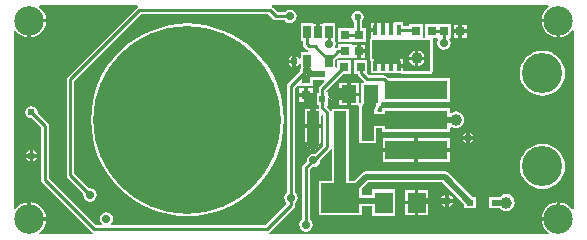
<source format=gbl>
G04*
G04 #@! TF.GenerationSoftware,Altium Limited,CircuitStudio,1.5.2 (30)*
G04*
G04 Layer_Physical_Order=2*
G04 Layer_Color=12500520*
%FSLAX25Y25*%
%MOIN*%
G70*
G01*
G75*
%ADD10R,0.03000X0.03000*%
%ADD15R,0.03000X0.03000*%
%ADD16C,0.03937*%
%ADD17C,0.01000*%
%ADD18C,0.01969*%
%ADD19C,0.02000*%
%ADD20C,0.13386*%
%ADD21C,0.62598*%
%ADD22C,0.09843*%
%ADD23C,0.03937*%
%ADD24C,0.02362*%
%ADD25C,0.02800*%
%ADD26C,0.02400*%
%ADD27R,0.20984X0.06496*%
%ADD28R,0.03937X0.09843*%
%ADD29R,0.12992X0.09843*%
%ADD30R,0.02362X0.01969*%
%ADD31R,0.06299X0.07087*%
%ADD32R,0.05118X0.05906*%
%ADD33R,0.02559X0.04331*%
%ADD34R,0.01575X0.03268*%
%ADD35R,0.01969X0.02362*%
%ADD36C,0.01008*%
%ADD37C,0.04000*%
%ADD38R,0.08858X0.07284*%
G36*
X120352Y37647D02*
X119613Y37080D01*
X118712Y35906D01*
X118146Y34538D01*
X118031Y33671D01*
X123622D01*
Y33071D01*
X124222D01*
Y27480D01*
X125090Y27594D01*
X126457Y28161D01*
X127631Y29062D01*
X128199Y29801D01*
X128699Y29632D01*
Y-29632D01*
X128199Y-29801D01*
X127631Y-29062D01*
X126457Y-28161D01*
X125090Y-27594D01*
X124222Y-27480D01*
Y-33071D01*
X123622D01*
Y-33671D01*
X118031D01*
X118146Y-34538D01*
X118712Y-35906D01*
X119613Y-37080D01*
X120352Y-37647D01*
X120183Y-38147D01*
X27266D01*
X27128Y-37647D01*
X27439Y-37440D01*
X35440Y-29439D01*
X35728Y-29008D01*
X35829Y-28500D01*
Y-27757D01*
X36086Y-27586D01*
X36572Y-26858D01*
X36742Y-26000D01*
X36572Y-25142D01*
X36086Y-24414D01*
X35825Y-24240D01*
Y10691D01*
X36739Y11606D01*
X37201Y11414D01*
Y11401D01*
X41799D01*
Y13299D01*
X43216D01*
Y13154D01*
X45427D01*
X45618Y12692D01*
X44063Y11137D01*
X43776Y10707D01*
X43759Y10623D01*
X43675Y10200D01*
X43675Y10200D01*
Y8846D01*
X43216D01*
Y4886D01*
X43675D01*
Y4000D01*
X43675Y4000D01*
X43371Y3629D01*
X42545D01*
Y-1392D01*
X44613D01*
Y1326D01*
X45113Y1593D01*
X45175Y1552D01*
Y-8573D01*
X42409Y-11339D01*
X42000Y-11258D01*
X41142Y-11428D01*
X40414Y-11914D01*
X39928Y-12642D01*
X39758Y-13500D01*
X39819Y-13808D01*
X38563Y-15063D01*
X38276Y-15493D01*
X38259Y-15577D01*
X38175Y-16000D01*
X38175Y-16000D01*
Y-33240D01*
X37914Y-33414D01*
X37428Y-34142D01*
X37258Y-35000D01*
X37428Y-35858D01*
X37914Y-36586D01*
X38642Y-37072D01*
X39500Y-37242D01*
X40358Y-37072D01*
X41086Y-36586D01*
X41572Y-35858D01*
X41742Y-35000D01*
X41572Y-34142D01*
X41086Y-33414D01*
X40825Y-33240D01*
Y-16549D01*
X41692Y-15681D01*
X42000Y-15742D01*
X42858Y-15572D01*
X43586Y-15086D01*
X44072Y-14358D01*
X44242Y-13500D01*
X44201Y-13294D01*
X47437Y-10058D01*
X47708Y-9652D01*
X47746Y-9645D01*
X48208Y-9818D01*
Y-20287D01*
X43705D01*
Y-31728D01*
X58295D01*
Y-28818D01*
X61405D01*
Y-31902D01*
X69303D01*
Y-23217D01*
X61405D01*
Y-25182D01*
X58295D01*
Y-22859D01*
X60336Y-20818D01*
X84979D01*
X92311Y-28150D01*
Y-29342D01*
X94116D01*
X94291Y-29377D01*
X94467Y-29342D01*
X96272D01*
Y-25776D01*
X95079D01*
X87018Y-17714D01*
X86428Y-17320D01*
X85732Y-17182D01*
X59583D01*
X58887Y-17320D01*
X58297Y-17714D01*
X55724Y-20287D01*
X53792D01*
Y-1992D01*
X53768Y-1811D01*
Y3728D01*
X48232D01*
Y3014D01*
X47732Y2964D01*
X47724Y3007D01*
X47437Y3437D01*
X46488Y4386D01*
X46695Y4886D01*
X46784D01*
Y7137D01*
X47284Y7289D01*
X47486Y6986D01*
X48181Y6522D01*
X48400Y6478D01*
Y8500D01*
Y10522D01*
X48181Y10478D01*
X47486Y10014D01*
X47022Y9319D01*
X47021Y9316D01*
X46903Y9246D01*
X46416Y9216D01*
X46325Y9308D01*
Y9651D01*
X51874Y15201D01*
X54599D01*
Y19799D01*
X50001D01*
Y17358D01*
X49819Y17226D01*
X49319Y17481D01*
Y19981D01*
X49676Y20338D01*
X50063Y20591D01*
Y20591D01*
X50063Y20591D01*
X54428D01*
X54647Y20591D01*
X54661D01*
X55120Y20691D01*
X55161D01*
X56487D01*
Y22891D01*
Y25091D01*
X55161D01*
X55120D01*
X54661Y25190D01*
X54647D01*
X54428Y25190D01*
X50063D01*
Y24085D01*
X49758Y24024D01*
X49606Y23923D01*
X49246Y24283D01*
X49312Y24382D01*
X49483Y25240D01*
X49374Y25783D01*
X49319Y26260D01*
X49319Y26260D01*
X49319Y26260D01*
Y32189D01*
X45161D01*
Y32090D01*
X44100D01*
Y29224D01*
X42900D01*
Y32090D01*
X41839D01*
Y32189D01*
X37681D01*
Y26260D01*
X38435D01*
Y25240D01*
X38435Y25240D01*
X38519Y24817D01*
X38536Y24733D01*
X38823Y24304D01*
X39563Y23563D01*
X39563Y23563D01*
X39993Y23276D01*
X40174Y23240D01*
X40125Y22740D01*
X37681D01*
Y20556D01*
X37181Y20404D01*
X36870Y20870D01*
X36241Y21290D01*
X36100Y21318D01*
Y19500D01*
Y17682D01*
X36241Y17710D01*
X36870Y18130D01*
X37181Y18596D01*
X37681Y18444D01*
Y17322D01*
X37517Y16500D01*
X37530Y16440D01*
X37201Y15999D01*
X37201D01*
X36978Y15592D01*
X33563Y12177D01*
X33276Y11747D01*
X33259Y11663D01*
X33175Y11240D01*
X33175Y11240D01*
Y-24240D01*
X32914Y-24414D01*
X32428Y-25142D01*
X32258Y-26000D01*
X32428Y-26858D01*
X32914Y-27586D01*
X32939Y-28182D01*
X25950Y-35171D01*
X-25391D01*
X-25543Y-34671D01*
X-25414Y-34586D01*
X-24928Y-33858D01*
X-24758Y-33000D01*
X-24928Y-32142D01*
X-25414Y-31414D01*
X-26142Y-30928D01*
X-27000Y-30758D01*
X-27858Y-30928D01*
X-28586Y-31414D01*
X-29072Y-32142D01*
X-29242Y-33000D01*
X-29072Y-33858D01*
X-28586Y-34586D01*
X-28457Y-34671D01*
X-28609Y-35171D01*
X-30450D01*
X-46171Y-19450D01*
Y-2000D01*
X-46273Y-1491D01*
X-46560Y-1060D01*
X-49988Y2367D01*
X-49962Y2500D01*
X-50117Y3280D01*
X-50559Y3941D01*
X-51220Y4383D01*
X-52000Y4538D01*
X-52780Y4383D01*
X-53441Y3941D01*
X-53883Y3280D01*
X-54038Y2500D01*
X-53883Y1720D01*
X-53441Y1059D01*
X-52780Y617D01*
X-52000Y462D01*
X-51867Y488D01*
X-48829Y-2550D01*
Y-20000D01*
X-48728Y-20508D01*
X-48439Y-20940D01*
X-31940Y-37440D01*
X-31628Y-37647D01*
X-31765Y-38147D01*
X-49316D01*
X-49486Y-37647D01*
X-48747Y-37080D01*
X-47846Y-35906D01*
X-47279Y-34538D01*
X-47165Y-33671D01*
X-52756D01*
Y-33071D01*
X-53356D01*
Y-27480D01*
X-54223Y-27594D01*
X-55591Y-28161D01*
X-56765Y-29062D01*
X-57332Y-29801D01*
X-57832Y-29632D01*
Y29632D01*
X-57332Y29801D01*
X-56765Y29062D01*
X-55591Y28161D01*
X-54223Y27594D01*
X-53356Y27480D01*
Y33071D01*
X-52756D01*
Y33671D01*
X-47165D01*
X-47279Y34538D01*
X-47846Y35906D01*
X-48747Y37080D01*
X-49486Y37647D01*
X-49316Y38147D01*
X-16745D01*
X-16621Y37647D01*
X-16937Y37437D01*
X-16937Y37437D01*
X-39937Y14437D01*
X-40224Y14007D01*
X-40241Y13923D01*
X-40325Y13500D01*
X-40325Y13500D01*
Y-18500D01*
X-40325Y-18500D01*
X-40241Y-18923D01*
X-40224Y-19007D01*
X-39937Y-19437D01*
X-34681Y-24692D01*
X-34742Y-25000D01*
X-34572Y-25858D01*
X-34086Y-26586D01*
X-33358Y-27072D01*
X-32500Y-27242D01*
X-31642Y-27072D01*
X-30914Y-26586D01*
X-30428Y-25858D01*
X-30258Y-25000D01*
X-30428Y-24142D01*
X-30914Y-23414D01*
X-31642Y-22928D01*
X-32500Y-22758D01*
X-32808Y-22819D01*
X-37675Y-17951D01*
Y12951D01*
X-15451Y35175D01*
X26951D01*
X28563Y33563D01*
X28563Y33563D01*
X28993Y33276D01*
X29077Y33259D01*
X29500Y33175D01*
X29500Y33175D01*
X32381D01*
X32556Y32914D01*
X33283Y32428D01*
X34141Y32258D01*
X34999Y32428D01*
X35727Y32914D01*
X36213Y33642D01*
X36383Y34500D01*
X36213Y35358D01*
X35727Y36086D01*
X34999Y36572D01*
X34141Y36742D01*
X33283Y36572D01*
X32556Y36086D01*
X32381Y35825D01*
X30049D01*
X28437Y37437D01*
X28121Y37647D01*
X28245Y38147D01*
X120183D01*
X120352Y37647D01*
D02*
G37*
%LPC*%
G36*
X-52600Y-10182D02*
X-52741Y-10210D01*
X-53370Y-10630D01*
X-53790Y-11259D01*
X-53818Y-11400D01*
X-52600D01*
Y-10182D01*
D02*
G37*
G36*
X-51400D02*
Y-11400D01*
X-50182D01*
X-50210Y-11259D01*
X-50630Y-10630D01*
X-51259Y-10210D01*
X-51400Y-10182D01*
D02*
G37*
G36*
X41232Y-8600D02*
X39810D01*
X39853Y-8819D01*
X40317Y-9514D01*
X41012Y-9978D01*
X41232Y-10022D01*
Y-8600D01*
D02*
G37*
G36*
X87393Y-10600D02*
X76801D01*
Y-13948D01*
X87393D01*
Y-10600D01*
D02*
G37*
G36*
X-52600Y-12600D02*
X-53818D01*
X-53790Y-12741D01*
X-53370Y-13370D01*
X-52741Y-13790D01*
X-52600Y-13818D01*
Y-12600D01*
D02*
G37*
G36*
X-50182D02*
X-51400D01*
Y-13818D01*
X-51259Y-13790D01*
X-50630Y-13370D01*
X-50210Y-12741D01*
X-50182Y-12600D01*
D02*
G37*
G36*
X44613Y-2592D02*
X41945D01*
X39276D01*
Y-7400D01*
X41831D01*
Y-8000D01*
X42432D01*
Y-10022D01*
X42651Y-9978D01*
X43345Y-9514D01*
X43810Y-8819D01*
X43973Y-8000D01*
X43973Y-8000D01*
X44290Y-7614D01*
X44613D01*
Y-2592D01*
D02*
G37*
G36*
X95318Y-6600D02*
X94100D01*
Y-7818D01*
X94241Y-7790D01*
X94870Y-7370D01*
X95290Y-6741D01*
X95318Y-6600D01*
D02*
G37*
G36*
X92900Y-4182D02*
X92759Y-4210D01*
X92130Y-4630D01*
X91710Y-5259D01*
X91682Y-5400D01*
X92900D01*
Y-4182D01*
D02*
G37*
G36*
X94100D02*
Y-5400D01*
X95318D01*
X95290Y-5259D01*
X94870Y-4630D01*
X94241Y-4210D01*
X94100Y-4182D01*
D02*
G37*
G36*
X75601Y-6052D02*
X65009D01*
Y-9400D01*
X75601D01*
Y-6052D01*
D02*
G37*
G36*
X87393D02*
X76801D01*
Y-9400D01*
X87393D01*
Y-6052D01*
D02*
G37*
G36*
X92900Y-6600D02*
X91682D01*
X91710Y-6741D01*
X92130Y-7370D01*
X92759Y-7790D01*
X92900Y-7818D01*
Y-6600D01*
D02*
G37*
G36*
X75601Y-10600D02*
X65009D01*
Y-13948D01*
X75601D01*
Y-10600D01*
D02*
G37*
G36*
X75778Y-28159D02*
X72528D01*
Y-31802D01*
X75778D01*
Y-28159D01*
D02*
G37*
G36*
X80228D02*
X76978D01*
Y-31802D01*
X80228D01*
Y-28159D01*
D02*
G37*
G36*
X106299Y-24768D02*
X105577Y-24863D01*
X104903Y-25142D01*
X104325Y-25585D01*
X104206Y-25741D01*
X102559D01*
X102383Y-25776D01*
X100579D01*
Y-29342D01*
X102383D01*
X102559Y-29377D01*
X104206D01*
X104325Y-29533D01*
X104903Y-29977D01*
X105577Y-30255D01*
X106299Y-30351D01*
X107022Y-30255D01*
X107695Y-29977D01*
X108273Y-29533D01*
X108717Y-28955D01*
X108996Y-28282D01*
X109091Y-27559D01*
X108996Y-26836D01*
X108717Y-26163D01*
X108273Y-25585D01*
X107695Y-25142D01*
X107022Y-24863D01*
X106299Y-24768D01*
D02*
G37*
G36*
X123022Y-27480D02*
X122155Y-27594D01*
X120787Y-28161D01*
X119613Y-29062D01*
X118712Y-30236D01*
X118146Y-31603D01*
X118031Y-32471D01*
X123022D01*
Y-27480D01*
D02*
G37*
G36*
X-52156D02*
Y-32471D01*
X-47165D01*
X-47279Y-31603D01*
X-47846Y-30236D01*
X-48747Y-29062D01*
X-49921Y-28161D01*
X-51288Y-27594D01*
X-52156Y-27480D01*
D02*
G37*
G36*
X0Y32137D02*
X-3150Y31982D01*
X-6270Y31520D01*
X-9329Y30753D01*
X-12298Y29691D01*
X-15149Y28342D01*
X-17854Y26721D01*
X-20388Y24842D01*
X-22724Y22724D01*
X-24842Y20388D01*
X-26721Y17854D01*
X-28342Y15149D01*
X-29691Y12298D01*
X-30753Y9329D01*
X-31520Y6270D01*
X-31982Y3150D01*
X-32137Y0D01*
X-31982Y-3150D01*
X-31520Y-6270D01*
X-30753Y-9329D01*
X-29691Y-12298D01*
X-28342Y-15149D01*
X-26721Y-17854D01*
X-24842Y-20388D01*
X-22724Y-22724D01*
X-20388Y-24842D01*
X-17854Y-26721D01*
X-15149Y-28342D01*
X-12298Y-29691D01*
X-9329Y-30753D01*
X-6270Y-31520D01*
X-3150Y-31982D01*
X0Y-32137D01*
X3150Y-31982D01*
X6270Y-31520D01*
X9329Y-30753D01*
X12298Y-29691D01*
X15149Y-28342D01*
X17854Y-26721D01*
X20388Y-24842D01*
X22724Y-22724D01*
X24842Y-20388D01*
X26721Y-17854D01*
X28342Y-15149D01*
X29691Y-12298D01*
X30753Y-9329D01*
X31520Y-6270D01*
X31982Y-3150D01*
X32137Y0D01*
X31982Y3150D01*
X31520Y6270D01*
X30753Y9329D01*
X29691Y12298D01*
X28342Y15149D01*
X26721Y17854D01*
X24842Y20388D01*
X22724Y22724D01*
X20388Y24842D01*
X17854Y26721D01*
X15149Y28342D01*
X12298Y29691D01*
X9329Y30753D01*
X6270Y31520D01*
X3150Y31982D01*
X0Y32137D01*
D02*
G37*
G36*
X85900Y-27600D02*
X84478D01*
X84522Y-27819D01*
X84986Y-28514D01*
X85681Y-28978D01*
X85900Y-29022D01*
Y-27600D01*
D02*
G37*
G36*
Y-24978D02*
X85681Y-25022D01*
X84986Y-25486D01*
X84522Y-26181D01*
X84478Y-26400D01*
X85900D01*
Y-24978D01*
D02*
G37*
G36*
X87100D02*
Y-26400D01*
X88522D01*
X88478Y-26181D01*
X88014Y-25486D01*
X87319Y-25022D01*
X87100Y-24978D01*
D02*
G37*
G36*
X118287Y-7983D02*
X116819Y-8128D01*
X115406Y-8557D01*
X114105Y-9252D01*
X112964Y-10188D01*
X112028Y-11329D01*
X111332Y-12631D01*
X110904Y-14043D01*
X110759Y-15512D01*
X110904Y-16981D01*
X111332Y-18393D01*
X112028Y-19694D01*
X112964Y-20835D01*
X114105Y-21771D01*
X115406Y-22467D01*
X116819Y-22896D01*
X118287Y-23040D01*
X119756Y-22896D01*
X121168Y-22467D01*
X122470Y-21771D01*
X123611Y-20835D01*
X124547Y-19694D01*
X125243Y-18393D01*
X125671Y-16981D01*
X125816Y-15512D01*
X125671Y-14043D01*
X125243Y-12631D01*
X124547Y-11329D01*
X123611Y-10188D01*
X122470Y-9252D01*
X121168Y-8557D01*
X119756Y-8128D01*
X118287Y-7983D01*
D02*
G37*
G36*
X88522Y-27600D02*
X87100D01*
Y-29022D01*
X87319Y-28978D01*
X88014Y-28514D01*
X88478Y-27819D01*
X88522Y-27600D01*
D02*
G37*
G36*
X75778Y-23316D02*
X72528D01*
Y-26959D01*
X75778D01*
Y-23316D01*
D02*
G37*
G36*
X80228D02*
X76978D01*
Y-26959D01*
X80228D01*
Y-23316D01*
D02*
G37*
G36*
X41345Y3629D02*
X39276D01*
Y-1392D01*
X41345D01*
Y3629D01*
D02*
G37*
G36*
X90289Y28928D02*
X88689D01*
Y27328D01*
X90289D01*
Y28928D01*
D02*
G37*
G36*
X93089D02*
X91489D01*
Y27328D01*
X93089D01*
Y28928D01*
D02*
G37*
G36*
X123022Y32471D02*
X118031D01*
X118146Y31603D01*
X118712Y30236D01*
X119613Y29062D01*
X120787Y28161D01*
X122155Y27594D01*
X123022Y27480D01*
Y32471D01*
D02*
G37*
G36*
X34900Y21318D02*
X34759Y21290D01*
X34130Y20870D01*
X33710Y20241D01*
X33682Y20100D01*
X34900D01*
Y21318D01*
D02*
G37*
G36*
X59287Y22290D02*
X57687D01*
Y20691D01*
X59287D01*
Y22290D01*
D02*
G37*
G36*
X57687Y25091D02*
Y23491D01*
X59287D01*
Y25091D01*
X57687D01*
D02*
G37*
G36*
X93089Y31728D02*
X91489D01*
Y30128D01*
X93089D01*
Y31728D01*
D02*
G37*
G36*
X56693Y36290D02*
X55913Y36135D01*
X55252Y35693D01*
X54810Y35032D01*
X54655Y34252D01*
X54810Y33472D01*
X55252Y32811D01*
X55368Y32733D01*
Y30590D01*
X54787D01*
Y30590D01*
X54661D01*
Y30590D01*
X50063D01*
Y25991D01*
X54661D01*
Y25991D01*
X54787D01*
Y25991D01*
X59386D01*
Y30590D01*
X58018D01*
Y32733D01*
X58134Y32811D01*
X58576Y33472D01*
X58731Y34252D01*
X58576Y35032D01*
X58134Y35693D01*
X57473Y36135D01*
X56693Y36290D01*
D02*
G37*
G36*
X62061Y32377D02*
X61174D01*
Y30643D01*
X62061D01*
Y32377D01*
D02*
G37*
G36*
X-47165Y32471D02*
X-52156D01*
Y27480D01*
X-51288Y27594D01*
X-49921Y28161D01*
X-48747Y29062D01*
X-47846Y30236D01*
X-47279Y31603D01*
X-47165Y32471D01*
D02*
G37*
G36*
X71925Y32476D02*
X68752D01*
Y32377D01*
X68379D01*
Y30043D01*
X67180D01*
Y32377D01*
X65820D01*
Y30043D01*
X64621D01*
Y32377D01*
X63261D01*
Y30043D01*
X62661D01*
Y29443D01*
X61174D01*
Y27709D01*
X61174Y27709D01*
X61144Y27222D01*
X61038Y27151D01*
X60861Y26887D01*
X60799Y26575D01*
Y20290D01*
X60861Y19979D01*
X61038Y19714D01*
X61075Y19690D01*
Y15524D01*
X71312D01*
X71514Y15389D01*
X71826Y15327D01*
X80905D01*
X81217Y15389D01*
X81482Y15565D01*
X81658Y15830D01*
X81720Y16142D01*
Y26575D01*
X81690Y26728D01*
X81932Y27137D01*
X82031Y27228D01*
X83281D01*
X83548Y26728D01*
X83362Y26449D01*
X83191Y25591D01*
X83362Y24733D01*
X83847Y24005D01*
X84575Y23519D01*
X85433Y23348D01*
X86291Y23519D01*
X87019Y24005D01*
X87505Y24733D01*
X87675Y25591D01*
X87505Y26449D01*
X87318Y26728D01*
X87585Y27228D01*
X87788D01*
Y31827D01*
X79141D01*
Y27390D01*
X78339D01*
Y31827D01*
X73741D01*
Y31368D01*
X71925D01*
Y32476D01*
D02*
G37*
G36*
X90289Y31728D02*
X88689D01*
Y30128D01*
X90289D01*
Y31728D01*
D02*
G37*
G36*
X38900Y10500D02*
X37300D01*
Y8900D01*
X38900D01*
Y10500D01*
D02*
G37*
G36*
X41700D02*
X40100D01*
Y8900D01*
X41700D01*
Y10500D01*
D02*
G37*
G36*
X57019Y12153D02*
X54360D01*
Y9100D01*
X57019D01*
Y12153D01*
D02*
G37*
G36*
X118287Y23040D02*
X116819Y22896D01*
X115406Y22467D01*
X114105Y21771D01*
X112964Y20835D01*
X112028Y19694D01*
X111332Y18393D01*
X110904Y16981D01*
X110759Y15512D01*
X110904Y14043D01*
X111332Y12631D01*
X112028Y11329D01*
X112964Y10188D01*
X114105Y9252D01*
X115406Y8557D01*
X116819Y8128D01*
X118287Y7983D01*
X119756Y8128D01*
X121168Y8557D01*
X122470Y9252D01*
X123611Y10188D01*
X124547Y11329D01*
X125243Y12631D01*
X125671Y14043D01*
X125816Y15512D01*
X125671Y16981D01*
X125243Y18393D01*
X124547Y19694D01*
X123611Y20835D01*
X122470Y21771D01*
X121168Y22467D01*
X119756Y22896D01*
X118287Y23040D01*
D02*
G37*
G36*
X59999Y19799D02*
X55401D01*
Y15201D01*
X56735D01*
X56759Y15077D01*
X56776Y14993D01*
X57063Y14563D01*
X58875Y12752D01*
X58668Y12252D01*
X57882D01*
Y5769D01*
X57638Y5451D01*
X57629Y5430D01*
X57187Y5230D01*
X57041Y5259D01*
X57035Y5260D01*
X57025Y5263D01*
X57019Y5264D01*
Y5266D01*
X57019Y5283D01*
X57019Y5283D01*
X57019Y5284D01*
Y7900D01*
X54360D01*
Y4847D01*
X56811D01*
Y4847D01*
D01*
X56965Y4765D01*
X56965Y4765D01*
X57317Y4460D01*
X57264Y4055D01*
Y-1992D01*
X57288Y-2174D01*
Y-7713D01*
X62823D01*
Y-2870D01*
X64909D01*
Y-4047D01*
X87492D01*
Y-2578D01*
X87992Y-2332D01*
X88104Y-2418D01*
X88778Y-2696D01*
X89500Y-2792D01*
X90223Y-2696D01*
X90896Y-2418D01*
X91474Y-1974D01*
X91918Y-1396D01*
X92197Y-722D01*
X92292Y0D01*
X92197Y722D01*
X91918Y1396D01*
X91474Y1974D01*
X90896Y2418D01*
X90223Y2696D01*
X89500Y2792D01*
X88778Y2696D01*
X88104Y2418D01*
X87992Y2332D01*
X87492Y2578D01*
Y4047D01*
X64909D01*
Y2713D01*
X63355D01*
X63117Y3213D01*
X63418Y3604D01*
X63696Y4278D01*
X63758Y4748D01*
X64599D01*
Y5582D01*
X64909Y5953D01*
X87492D01*
Y14047D01*
X66826D01*
X66437Y14437D01*
X66007Y14724D01*
X65923Y14741D01*
X65500Y14825D01*
X65500Y14825D01*
X60549D01*
X59999Y15374D01*
Y19799D01*
D02*
G37*
G36*
X38900Y7700D02*
X37300D01*
Y6100D01*
X38900D01*
Y7700D01*
D02*
G37*
G36*
X41700D02*
X40100D01*
Y6100D01*
X41700D01*
Y7700D01*
D02*
G37*
G36*
X53160Y12153D02*
X50501D01*
Y10553D01*
X50060Y10317D01*
X49819Y10478D01*
X49600Y10522D01*
Y8500D01*
Y6478D01*
X49819Y6522D01*
X50060Y6683D01*
X50501Y6447D01*
Y4847D01*
X53160D01*
Y8500D01*
Y12153D01*
D02*
G37*
G36*
X34900Y18900D02*
X33682D01*
X33710Y18759D01*
X34130Y18130D01*
X34759Y17710D01*
X34900Y17682D01*
Y18900D01*
D02*
G37*
%LPD*%
G36*
X80905Y16142D02*
X71826D01*
Y17357D01*
X70339D01*
Y17957D01*
X69739D01*
Y20290D01*
X68379D01*
Y17957D01*
X67180D01*
Y20290D01*
X65820D01*
Y17957D01*
X64621D01*
Y20290D01*
X63261D01*
Y17957D01*
X62061D01*
Y20290D01*
X61614D01*
Y26575D01*
X80905D01*
Y16142D01*
D02*
G37*
%LPC*%
G36*
X78991Y19872D02*
X76978D01*
Y17860D01*
X77075Y17873D01*
X77724Y18142D01*
X78281Y18569D01*
X78709Y19127D01*
X78978Y19776D01*
X78991Y19872D01*
D02*
G37*
G36*
X71826Y20290D02*
X70939D01*
Y18557D01*
X71826D01*
Y20290D01*
D02*
G37*
G36*
X75778Y19872D02*
X73765D01*
X73778Y19776D01*
X74047Y19127D01*
X74475Y18569D01*
X75032Y18142D01*
X75681Y17873D01*
X75778Y17860D01*
Y19872D01*
D02*
G37*
G36*
X76978Y23085D02*
Y21072D01*
X78991D01*
X78978Y21169D01*
X78709Y21818D01*
X78281Y22376D01*
X77724Y22803D01*
X77075Y23072D01*
X76978Y23085D01*
D02*
G37*
G36*
X75778D02*
X75681Y23072D01*
X75032Y22803D01*
X74475Y22376D01*
X74047Y21818D01*
X73778Y21169D01*
X73765Y21072D01*
X75778D01*
Y23085D01*
D02*
G37*
%LPD*%
D10*
X81440Y29528D02*
D03*
X76040D02*
D03*
X57700Y17500D02*
D03*
X52300D02*
D03*
X90889Y29528D02*
D03*
X85489D02*
D03*
D15*
X52362Y28291D02*
D03*
Y22891D02*
D03*
X57087Y28291D02*
D03*
Y22891D02*
D03*
X39500Y8300D02*
D03*
Y13700D02*
D03*
D16*
X76122Y-79D02*
X76201Y0D01*
X61524Y-79D02*
X76122D01*
X41831Y-8000D02*
X41945Y-7887D01*
Y-1992D01*
X51000Y-26008D02*
Y-1992D01*
X60055D02*
Y4055D01*
X61000Y5000D02*
Y8260D01*
X61240Y8500D01*
X60055Y4055D02*
X61000Y5000D01*
X61240Y7500D02*
Y8500D01*
D17*
X52362Y28291D02*
X57087D01*
X56693Y28684D02*
Y34252D01*
X76201Y0D02*
X78079D01*
X85433Y25591D02*
Y29472D01*
X81440Y29528D02*
X85489D01*
X58000Y15500D02*
Y17200D01*
X57700Y17500D02*
X58000Y17200D01*
Y15500D02*
X60000Y13500D01*
X65500D01*
X34500Y11240D02*
X39760Y16500D01*
X34500Y-26000D02*
Y11240D01*
X39500Y-16000D02*
X42000Y-13500D01*
X39500Y-35000D02*
Y-16000D01*
X42000Y-13500D02*
X42122D01*
X46500Y-9122D01*
X45000Y6866D02*
Y10200D01*
X52300Y17500D01*
X45000Y4000D02*
Y6866D01*
X46500Y-9122D02*
Y2500D01*
X45000Y4000D02*
X46500Y2500D01*
X51000Y-26008D02*
X51992Y-27000D01*
X51000Y-26008D02*
X52575D01*
X29500Y34500D02*
X34141D01*
X27500Y36500D02*
X29500Y34500D01*
X69079Y9921D02*
X78000D01*
X65500Y13500D02*
X69079Y9921D01*
X-16000Y36500D02*
X27500D01*
X-39000Y13500D02*
X-16000Y36500D01*
X-39000Y-18500D02*
Y13500D01*
Y-18500D02*
X-32500Y-25000D01*
X47240Y25240D02*
Y29224D01*
X70339Y30043D02*
X76040D01*
X39760Y25240D02*
Y29224D01*
Y25240D02*
X40500Y24500D01*
X42516D01*
X47240Y19776D01*
X50265Y22800D01*
X53000D01*
D18*
X102559Y-27559D02*
X106299D01*
X85732Y-19000D02*
X94291Y-27559D01*
X59583Y-19000D02*
X85732D01*
X51992Y-27000D02*
X65488D01*
X52575Y-26008D02*
X59583Y-19000D01*
X78079Y0D02*
X89500D01*
D19*
X39760Y16500D02*
X41126Y15134D01*
X45000D01*
X39500Y8300D02*
X41945Y5855D01*
Y-1992D02*
Y5855D01*
X76512Y-27000D02*
X86500D01*
D20*
X118287Y-15512D02*
D03*
Y15512D02*
D03*
D21*
X0Y0D02*
D03*
D22*
X-52756Y33071D02*
D03*
Y-33071D02*
D03*
X123622D02*
D03*
Y33071D02*
D03*
D23*
X76378Y20472D02*
D03*
X106299Y-27559D02*
D03*
X89500Y0D02*
D03*
D24*
X56693Y34252D02*
D03*
X63779Y24173D02*
D03*
X66417Y24134D02*
D03*
X69095Y24173D02*
D03*
Y20630D02*
D03*
X66417Y20591D02*
D03*
X63779Y20630D02*
D03*
D25*
X85433Y25591D02*
D03*
X42000Y-13500D02*
D03*
X41831Y-8000D02*
D03*
X39500Y-35000D02*
D03*
X34500Y-26000D02*
D03*
X-27000Y-33000D02*
D03*
X34141Y34500D02*
D03*
X-32500Y-25000D02*
D03*
X49000Y8500D02*
D03*
X86500Y-27000D02*
D03*
X47240Y25240D02*
D03*
X39760Y16500D02*
D03*
D26*
X93500Y-6000D02*
D03*
X-52000Y2500D02*
D03*
Y-12000D02*
D03*
X35500Y19500D02*
D03*
D27*
X76201Y-10000D02*
D03*
Y-0D02*
D03*
Y10000D02*
D03*
D28*
X41945Y-1992D02*
D03*
X51000D02*
D03*
X60055D02*
D03*
D29*
X51000Y-26008D02*
D03*
D30*
X102559Y-27559D02*
D03*
X94291D02*
D03*
D31*
X65354D02*
D03*
X76378D02*
D03*
D32*
X61240Y8500D02*
D03*
X53760D02*
D03*
D33*
X39760Y29224D02*
D03*
X43500D02*
D03*
X47240D02*
D03*
Y19776D02*
D03*
X39760D02*
D03*
D34*
X62661Y17957D02*
D03*
X65220D02*
D03*
X67779D02*
D03*
X70339D02*
D03*
Y30043D02*
D03*
X67779D02*
D03*
X65220D02*
D03*
X62661D02*
D03*
D35*
X45000Y6866D02*
D03*
Y15134D02*
D03*
D36*
X34500Y-28500D02*
Y-26000D01*
X26500Y-36500D02*
X34500Y-28500D01*
X-31000Y-36500D02*
X26500D01*
X-47500Y-20000D02*
X-31000Y-36500D01*
X-47500Y-20000D02*
Y-2000D01*
X-52000Y2500D02*
X-47500Y-2000D01*
D37*
X49000Y8500D02*
X53760D01*
D38*
X66500Y22406D02*
D03*
M02*

</source>
